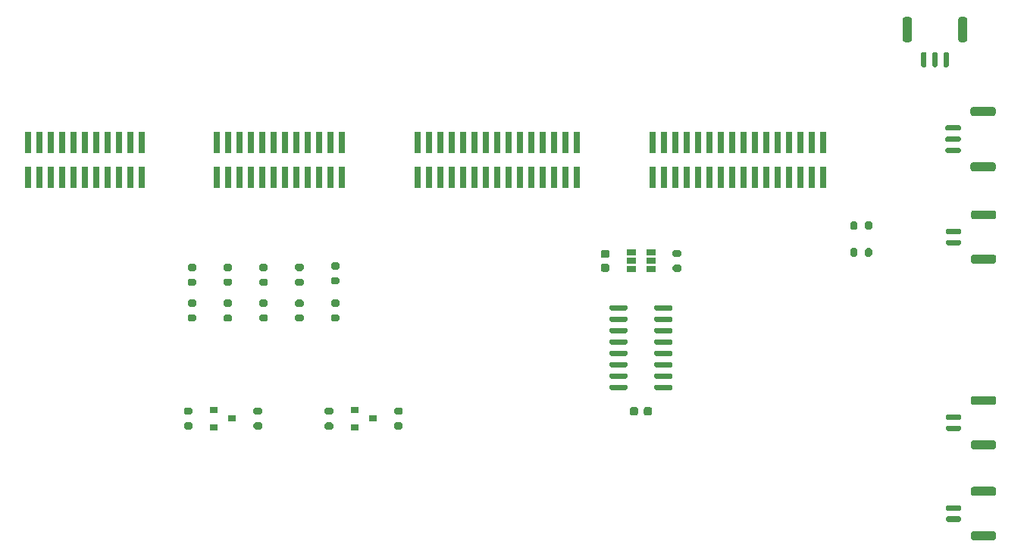
<source format=gbr>
%TF.GenerationSoftware,KiCad,Pcbnew,5.1.10-88a1d61d58~90~ubuntu20.04.1*%
%TF.CreationDate,2021-08-26T11:56:54+08:00*%
%TF.ProjectId,Syrostan-Ext-DIO,5379726f-7374-4616-9e2d-4578742d4449,rev?*%
%TF.SameCoordinates,Original*%
%TF.FileFunction,Paste,Bot*%
%TF.FilePolarity,Positive*%
%FSLAX46Y46*%
G04 Gerber Fmt 4.6, Leading zero omitted, Abs format (unit mm)*
G04 Created by KiCad (PCBNEW 5.1.10-88a1d61d58~90~ubuntu20.04.1) date 2021-08-26 11:56:54*
%MOMM*%
%LPD*%
G01*
G04 APERTURE LIST*
%ADD10R,0.740000X2.400000*%
%ADD11R,1.060000X0.650000*%
%ADD12R,0.900000X0.800000*%
G04 APERTURE END LIST*
D10*
%TO.C,J2*%
X165006666Y-88149969D03*
X165006666Y-84249969D03*
X163736666Y-88149969D03*
X163736666Y-84249969D03*
X162466666Y-88149969D03*
X162466666Y-84249969D03*
X161196666Y-88149969D03*
X161196666Y-84249969D03*
X159926666Y-88149969D03*
X159926666Y-84249969D03*
X158656666Y-88149969D03*
X158656666Y-84249969D03*
X157386666Y-88149969D03*
X157386666Y-84249969D03*
X156116666Y-88149969D03*
X156116666Y-84249969D03*
X154846666Y-88149969D03*
X154846666Y-84249969D03*
X153576666Y-88149969D03*
X153576666Y-84249969D03*
X152306666Y-88149969D03*
X152306666Y-84249969D03*
X151036666Y-88149969D03*
X151036666Y-84249969D03*
X149766666Y-88149969D03*
X149766666Y-84249969D03*
X148496666Y-88149969D03*
X148496666Y-84249969D03*
X147226666Y-88149969D03*
X147226666Y-84249969D03*
%TD*%
D11*
%TO.C,U2*%
X171060000Y-97440000D03*
X171060000Y-96490000D03*
X171060000Y-98390000D03*
X173260000Y-98390000D03*
X173260000Y-97440000D03*
X173260000Y-96490000D03*
%TD*%
%TO.C,R17*%
G36*
G01*
X137025000Y-115485000D02*
X137575000Y-115485000D01*
G75*
G02*
X137775000Y-115685000I0J-200000D01*
G01*
X137775000Y-116085000D01*
G75*
G02*
X137575000Y-116285000I-200000J0D01*
G01*
X137025000Y-116285000D01*
G75*
G02*
X136825000Y-116085000I0J200000D01*
G01*
X136825000Y-115685000D01*
G75*
G02*
X137025000Y-115485000I200000J0D01*
G01*
G37*
G36*
G01*
X137025000Y-113835000D02*
X137575000Y-113835000D01*
G75*
G02*
X137775000Y-114035000I0J-200000D01*
G01*
X137775000Y-114435000D01*
G75*
G02*
X137575000Y-114635000I-200000J0D01*
G01*
X137025000Y-114635000D01*
G75*
G02*
X136825000Y-114435000I0J200000D01*
G01*
X136825000Y-114035000D01*
G75*
G02*
X137025000Y-113835000I200000J0D01*
G01*
G37*
%TD*%
%TO.C,R16*%
G36*
G01*
X121305000Y-115485000D02*
X121855000Y-115485000D01*
G75*
G02*
X122055000Y-115685000I0J-200000D01*
G01*
X122055000Y-116085000D01*
G75*
G02*
X121855000Y-116285000I-200000J0D01*
G01*
X121305000Y-116285000D01*
G75*
G02*
X121105000Y-116085000I0J200000D01*
G01*
X121105000Y-115685000D01*
G75*
G02*
X121305000Y-115485000I200000J0D01*
G01*
G37*
G36*
G01*
X121305000Y-113835000D02*
X121855000Y-113835000D01*
G75*
G02*
X122055000Y-114035000I0J-200000D01*
G01*
X122055000Y-114435000D01*
G75*
G02*
X121855000Y-114635000I-200000J0D01*
G01*
X121305000Y-114635000D01*
G75*
G02*
X121105000Y-114435000I0J200000D01*
G01*
X121105000Y-114035000D01*
G75*
G02*
X121305000Y-113835000I200000J0D01*
G01*
G37*
%TD*%
%TO.C,R15*%
G36*
G01*
X145345000Y-114635000D02*
X144795000Y-114635000D01*
G75*
G02*
X144595000Y-114435000I0J200000D01*
G01*
X144595000Y-114035000D01*
G75*
G02*
X144795000Y-113835000I200000J0D01*
G01*
X145345000Y-113835000D01*
G75*
G02*
X145545000Y-114035000I0J-200000D01*
G01*
X145545000Y-114435000D01*
G75*
G02*
X145345000Y-114635000I-200000J0D01*
G01*
G37*
G36*
G01*
X145345000Y-116285000D02*
X144795000Y-116285000D01*
G75*
G02*
X144595000Y-116085000I0J200000D01*
G01*
X144595000Y-115685000D01*
G75*
G02*
X144795000Y-115485000I200000J0D01*
G01*
X145345000Y-115485000D01*
G75*
G02*
X145545000Y-115685000I0J-200000D01*
G01*
X145545000Y-116085000D01*
G75*
G02*
X145345000Y-116285000I-200000J0D01*
G01*
G37*
%TD*%
%TO.C,R14*%
G36*
G01*
X129625000Y-114635000D02*
X129075000Y-114635000D01*
G75*
G02*
X128875000Y-114435000I0J200000D01*
G01*
X128875000Y-114035000D01*
G75*
G02*
X129075000Y-113835000I200000J0D01*
G01*
X129625000Y-113835000D01*
G75*
G02*
X129825000Y-114035000I0J-200000D01*
G01*
X129825000Y-114435000D01*
G75*
G02*
X129625000Y-114635000I-200000J0D01*
G01*
G37*
G36*
G01*
X129625000Y-116285000D02*
X129075000Y-116285000D01*
G75*
G02*
X128875000Y-116085000I0J200000D01*
G01*
X128875000Y-115685000D01*
G75*
G02*
X129075000Y-115485000I200000J0D01*
G01*
X129625000Y-115485000D01*
G75*
G02*
X129825000Y-115685000I0J-200000D01*
G01*
X129825000Y-116085000D01*
G75*
G02*
X129625000Y-116285000I-200000J0D01*
G01*
G37*
%TD*%
%TO.C,R13*%
G36*
G01*
X176445000Y-97015000D02*
X175895000Y-97015000D01*
G75*
G02*
X175695000Y-96815000I0J200000D01*
G01*
X175695000Y-96415000D01*
G75*
G02*
X175895000Y-96215000I200000J0D01*
G01*
X176445000Y-96215000D01*
G75*
G02*
X176645000Y-96415000I0J-200000D01*
G01*
X176645000Y-96815000D01*
G75*
G02*
X176445000Y-97015000I-200000J0D01*
G01*
G37*
G36*
G01*
X176445000Y-98665000D02*
X175895000Y-98665000D01*
G75*
G02*
X175695000Y-98465000I0J200000D01*
G01*
X175695000Y-98065000D01*
G75*
G02*
X175895000Y-97865000I200000J0D01*
G01*
X176445000Y-97865000D01*
G75*
G02*
X176645000Y-98065000I0J-200000D01*
G01*
X176645000Y-98465000D01*
G75*
G02*
X176445000Y-98665000I-200000J0D01*
G01*
G37*
%TD*%
D12*
%TO.C,Q2*%
X142185000Y-115060000D03*
X140185000Y-114110000D03*
X140185000Y-116010000D03*
%TD*%
%TO.C,Q1*%
X126465000Y-115060000D03*
X124465000Y-114110000D03*
X124465000Y-116010000D03*
%TD*%
%TO.C,C1*%
G36*
G01*
X168400000Y-97115000D02*
X167900000Y-97115000D01*
G75*
G02*
X167675000Y-96890000I0J225000D01*
G01*
X167675000Y-96440000D01*
G75*
G02*
X167900000Y-96215000I225000J0D01*
G01*
X168400000Y-96215000D01*
G75*
G02*
X168625000Y-96440000I0J-225000D01*
G01*
X168625000Y-96890000D01*
G75*
G02*
X168400000Y-97115000I-225000J0D01*
G01*
G37*
G36*
G01*
X168400000Y-98665000D02*
X167900000Y-98665000D01*
G75*
G02*
X167675000Y-98440000I0J225000D01*
G01*
X167675000Y-97990000D01*
G75*
G02*
X167900000Y-97765000I225000J0D01*
G01*
X168400000Y-97765000D01*
G75*
G02*
X168625000Y-97990000I0J-225000D01*
G01*
X168625000Y-98440000D01*
G75*
G02*
X168400000Y-98665000I-225000J0D01*
G01*
G37*
%TD*%
%TO.C,J10*%
G36*
G01*
X211570000Y-92799969D02*
X209270000Y-92799969D01*
G75*
G02*
X209020000Y-92549969I0J250000D01*
G01*
X209020000Y-92049969D01*
G75*
G02*
X209270000Y-91799969I250000J0D01*
G01*
X211570000Y-91799969D01*
G75*
G02*
X211820000Y-92049969I0J-250000D01*
G01*
X211820000Y-92549969D01*
G75*
G02*
X211570000Y-92799969I-250000J0D01*
G01*
G37*
G36*
G01*
X211570000Y-97749969D02*
X209270000Y-97749969D01*
G75*
G02*
X209020000Y-97499969I0J250000D01*
G01*
X209020000Y-96999969D01*
G75*
G02*
X209270000Y-96749969I250000J0D01*
G01*
X211570000Y-96749969D01*
G75*
G02*
X211820000Y-96999969I0J-250000D01*
G01*
X211820000Y-97499969D01*
G75*
G02*
X211570000Y-97749969I-250000J0D01*
G01*
G37*
G36*
G01*
X207770000Y-94449969D02*
X206370000Y-94449969D01*
G75*
G02*
X206220000Y-94299969I0J150000D01*
G01*
X206220000Y-93999969D01*
G75*
G02*
X206370000Y-93849969I150000J0D01*
G01*
X207770000Y-93849969D01*
G75*
G02*
X207920000Y-93999969I0J-150000D01*
G01*
X207920000Y-94299969D01*
G75*
G02*
X207770000Y-94449969I-150000J0D01*
G01*
G37*
G36*
G01*
X207770000Y-95699969D02*
X206370000Y-95699969D01*
G75*
G02*
X206220000Y-95549969I0J150000D01*
G01*
X206220000Y-95249969D01*
G75*
G02*
X206370000Y-95099969I150000J0D01*
G01*
X207770000Y-95099969D01*
G75*
G02*
X207920000Y-95249969I0J-150000D01*
G01*
X207920000Y-95549969D01*
G75*
G02*
X207770000Y-95699969I-150000J0D01*
G01*
G37*
%TD*%
%TO.C,J9*%
G36*
G01*
X211560000Y-113538334D02*
X209260000Y-113538334D01*
G75*
G02*
X209010000Y-113288334I0J250000D01*
G01*
X209010000Y-112788334D01*
G75*
G02*
X209260000Y-112538334I250000J0D01*
G01*
X211560000Y-112538334D01*
G75*
G02*
X211810000Y-112788334I0J-250000D01*
G01*
X211810000Y-113288334D01*
G75*
G02*
X211560000Y-113538334I-250000J0D01*
G01*
G37*
G36*
G01*
X211560000Y-118488334D02*
X209260000Y-118488334D01*
G75*
G02*
X209010000Y-118238334I0J250000D01*
G01*
X209010000Y-117738334D01*
G75*
G02*
X209260000Y-117488334I250000J0D01*
G01*
X211560000Y-117488334D01*
G75*
G02*
X211810000Y-117738334I0J-250000D01*
G01*
X211810000Y-118238334D01*
G75*
G02*
X211560000Y-118488334I-250000J0D01*
G01*
G37*
G36*
G01*
X207760000Y-115188334D02*
X206360000Y-115188334D01*
G75*
G02*
X206210000Y-115038334I0J150000D01*
G01*
X206210000Y-114738334D01*
G75*
G02*
X206360000Y-114588334I150000J0D01*
G01*
X207760000Y-114588334D01*
G75*
G02*
X207910000Y-114738334I0J-150000D01*
G01*
X207910000Y-115038334D01*
G75*
G02*
X207760000Y-115188334I-150000J0D01*
G01*
G37*
G36*
G01*
X207760000Y-116438334D02*
X206360000Y-116438334D01*
G75*
G02*
X206210000Y-116288334I0J150000D01*
G01*
X206210000Y-115988334D01*
G75*
G02*
X206360000Y-115838334I150000J0D01*
G01*
X207760000Y-115838334D01*
G75*
G02*
X207910000Y-115988334I0J-150000D01*
G01*
X207910000Y-116288334D01*
G75*
G02*
X207760000Y-116438334I-150000J0D01*
G01*
G37*
%TD*%
%TO.C,J8*%
G36*
G01*
X211560000Y-123695000D02*
X209260000Y-123695000D01*
G75*
G02*
X209010000Y-123445000I0J250000D01*
G01*
X209010000Y-122945000D01*
G75*
G02*
X209260000Y-122695000I250000J0D01*
G01*
X211560000Y-122695000D01*
G75*
G02*
X211810000Y-122945000I0J-250000D01*
G01*
X211810000Y-123445000D01*
G75*
G02*
X211560000Y-123695000I-250000J0D01*
G01*
G37*
G36*
G01*
X211560000Y-128645000D02*
X209260000Y-128645000D01*
G75*
G02*
X209010000Y-128395000I0J250000D01*
G01*
X209010000Y-127895000D01*
G75*
G02*
X209260000Y-127645000I250000J0D01*
G01*
X211560000Y-127645000D01*
G75*
G02*
X211810000Y-127895000I0J-250000D01*
G01*
X211810000Y-128395000D01*
G75*
G02*
X211560000Y-128645000I-250000J0D01*
G01*
G37*
G36*
G01*
X207760000Y-125345000D02*
X206360000Y-125345000D01*
G75*
G02*
X206210000Y-125195000I0J150000D01*
G01*
X206210000Y-124895000D01*
G75*
G02*
X206360000Y-124745000I150000J0D01*
G01*
X207760000Y-124745000D01*
G75*
G02*
X207910000Y-124895000I0J-150000D01*
G01*
X207910000Y-125195000D01*
G75*
G02*
X207760000Y-125345000I-150000J0D01*
G01*
G37*
G36*
G01*
X207760000Y-126595000D02*
X206360000Y-126595000D01*
G75*
G02*
X206210000Y-126445000I0J150000D01*
G01*
X206210000Y-126145000D01*
G75*
G02*
X206360000Y-125995000I150000J0D01*
G01*
X207760000Y-125995000D01*
G75*
G02*
X207910000Y-126145000I0J-150000D01*
G01*
X207910000Y-126445000D01*
G75*
G02*
X207760000Y-126595000I-150000J0D01*
G01*
G37*
%TD*%
%TO.C,J7*%
G36*
G01*
X202400000Y-70450000D02*
X202400000Y-72750000D01*
G75*
G02*
X202150000Y-73000000I-250000J0D01*
G01*
X201650000Y-73000000D01*
G75*
G02*
X201400000Y-72750000I0J250000D01*
G01*
X201400000Y-70450000D01*
G75*
G02*
X201650000Y-70200000I250000J0D01*
G01*
X202150000Y-70200000D01*
G75*
G02*
X202400000Y-70450000I0J-250000D01*
G01*
G37*
G36*
G01*
X208600000Y-70450000D02*
X208600000Y-72750000D01*
G75*
G02*
X208350000Y-73000000I-250000J0D01*
G01*
X207850000Y-73000000D01*
G75*
G02*
X207600000Y-72750000I0J250000D01*
G01*
X207600000Y-70450000D01*
G75*
G02*
X207850000Y-70200000I250000J0D01*
G01*
X208350000Y-70200000D01*
G75*
G02*
X208600000Y-70450000I0J-250000D01*
G01*
G37*
G36*
G01*
X204050000Y-74250000D02*
X204050000Y-75650000D01*
G75*
G02*
X203900000Y-75800000I-150000J0D01*
G01*
X203600000Y-75800000D01*
G75*
G02*
X203450000Y-75650000I0J150000D01*
G01*
X203450000Y-74250000D01*
G75*
G02*
X203600000Y-74100000I150000J0D01*
G01*
X203900000Y-74100000D01*
G75*
G02*
X204050000Y-74250000I0J-150000D01*
G01*
G37*
G36*
G01*
X205300000Y-74250000D02*
X205300000Y-75650000D01*
G75*
G02*
X205150000Y-75800000I-150000J0D01*
G01*
X204850000Y-75800000D01*
G75*
G02*
X204700000Y-75650000I0J150000D01*
G01*
X204700000Y-74250000D01*
G75*
G02*
X204850000Y-74100000I150000J0D01*
G01*
X205150000Y-74100000D01*
G75*
G02*
X205300000Y-74250000I0J-150000D01*
G01*
G37*
G36*
G01*
X206550000Y-74250000D02*
X206550000Y-75650000D01*
G75*
G02*
X206400000Y-75800000I-150000J0D01*
G01*
X206100000Y-75800000D01*
G75*
G02*
X205950000Y-75650000I0J150000D01*
G01*
X205950000Y-74250000D01*
G75*
G02*
X206100000Y-74100000I150000J0D01*
G01*
X206400000Y-74100000D01*
G75*
G02*
X206550000Y-74250000I0J-150000D01*
G01*
G37*
%TD*%
%TO.C,J6*%
G36*
G01*
X211520000Y-81250000D02*
X209220000Y-81250000D01*
G75*
G02*
X208970000Y-81000000I0J250000D01*
G01*
X208970000Y-80500000D01*
G75*
G02*
X209220000Y-80250000I250000J0D01*
G01*
X211520000Y-80250000D01*
G75*
G02*
X211770000Y-80500000I0J-250000D01*
G01*
X211770000Y-81000000D01*
G75*
G02*
X211520000Y-81250000I-250000J0D01*
G01*
G37*
G36*
G01*
X211520000Y-87450000D02*
X209220000Y-87450000D01*
G75*
G02*
X208970000Y-87200000I0J250000D01*
G01*
X208970000Y-86700000D01*
G75*
G02*
X209220000Y-86450000I250000J0D01*
G01*
X211520000Y-86450000D01*
G75*
G02*
X211770000Y-86700000I0J-250000D01*
G01*
X211770000Y-87200000D01*
G75*
G02*
X211520000Y-87450000I-250000J0D01*
G01*
G37*
G36*
G01*
X207720000Y-82900000D02*
X206320000Y-82900000D01*
G75*
G02*
X206170000Y-82750000I0J150000D01*
G01*
X206170000Y-82450000D01*
G75*
G02*
X206320000Y-82300000I150000J0D01*
G01*
X207720000Y-82300000D01*
G75*
G02*
X207870000Y-82450000I0J-150000D01*
G01*
X207870000Y-82750000D01*
G75*
G02*
X207720000Y-82900000I-150000J0D01*
G01*
G37*
G36*
G01*
X207720000Y-84150000D02*
X206320000Y-84150000D01*
G75*
G02*
X206170000Y-84000000I0J150000D01*
G01*
X206170000Y-83700000D01*
G75*
G02*
X206320000Y-83550000I150000J0D01*
G01*
X207720000Y-83550000D01*
G75*
G02*
X207870000Y-83700000I0J-150000D01*
G01*
X207870000Y-84000000D01*
G75*
G02*
X207720000Y-84150000I-150000J0D01*
G01*
G37*
G36*
G01*
X207720000Y-85400000D02*
X206320000Y-85400000D01*
G75*
G02*
X206170000Y-85250000I0J150000D01*
G01*
X206170000Y-84950000D01*
G75*
G02*
X206320000Y-84800000I150000J0D01*
G01*
X207720000Y-84800000D01*
G75*
G02*
X207870000Y-84950000I0J-150000D01*
G01*
X207870000Y-85250000D01*
G75*
G02*
X207720000Y-85400000I-150000J0D01*
G01*
G37*
%TD*%
D10*
%TO.C,J5*%
X192525000Y-88149969D03*
X192525000Y-84249969D03*
X191255000Y-88149969D03*
X191255000Y-84249969D03*
X189985000Y-88149969D03*
X189985000Y-84249969D03*
X188715000Y-88149969D03*
X188715000Y-84249969D03*
X187445000Y-88149969D03*
X187445000Y-84249969D03*
X186175000Y-88149969D03*
X186175000Y-84249969D03*
X184905000Y-88149969D03*
X184905000Y-84249969D03*
X183635000Y-88149969D03*
X183635000Y-84249969D03*
X182365000Y-88149969D03*
X182365000Y-84249969D03*
X181095000Y-88149969D03*
X181095000Y-84249969D03*
X179825000Y-88149969D03*
X179825000Y-84249969D03*
X178555000Y-88149969D03*
X178555000Y-84249969D03*
X177285000Y-88149969D03*
X177285000Y-84249969D03*
X176015000Y-88149969D03*
X176015000Y-84249969D03*
X174745000Y-88149969D03*
X174745000Y-84249969D03*
X173475000Y-88149969D03*
X173475000Y-84249969D03*
%TD*%
%TO.C,R12*%
G36*
G01*
X197175000Y-93775000D02*
X197175000Y-93225000D01*
G75*
G02*
X197375000Y-93025000I200000J0D01*
G01*
X197775000Y-93025000D01*
G75*
G02*
X197975000Y-93225000I0J-200000D01*
G01*
X197975000Y-93775000D01*
G75*
G02*
X197775000Y-93975000I-200000J0D01*
G01*
X197375000Y-93975000D01*
G75*
G02*
X197175000Y-93775000I0J200000D01*
G01*
G37*
G36*
G01*
X195525000Y-93775000D02*
X195525000Y-93225000D01*
G75*
G02*
X195725000Y-93025000I200000J0D01*
G01*
X196125000Y-93025000D01*
G75*
G02*
X196325000Y-93225000I0J-200000D01*
G01*
X196325000Y-93775000D01*
G75*
G02*
X196125000Y-93975000I-200000J0D01*
G01*
X195725000Y-93975000D01*
G75*
G02*
X195525000Y-93775000I0J200000D01*
G01*
G37*
%TD*%
%TO.C,R11*%
G36*
G01*
X197175000Y-96775000D02*
X197175000Y-96225000D01*
G75*
G02*
X197375000Y-96025000I200000J0D01*
G01*
X197775000Y-96025000D01*
G75*
G02*
X197975000Y-96225000I0J-200000D01*
G01*
X197975000Y-96775000D01*
G75*
G02*
X197775000Y-96975000I-200000J0D01*
G01*
X197375000Y-96975000D01*
G75*
G02*
X197175000Y-96775000I0J200000D01*
G01*
G37*
G36*
G01*
X195525000Y-96775000D02*
X195525000Y-96225000D01*
G75*
G02*
X195725000Y-96025000I200000J0D01*
G01*
X196125000Y-96025000D01*
G75*
G02*
X196325000Y-96225000I0J-200000D01*
G01*
X196325000Y-96775000D01*
G75*
G02*
X196125000Y-96975000I-200000J0D01*
G01*
X195725000Y-96975000D01*
G75*
G02*
X195525000Y-96775000I0J200000D01*
G01*
G37*
%TD*%
%TO.C,U1*%
G36*
G01*
X173649969Y-111734969D02*
X173649969Y-111434969D01*
G75*
G02*
X173799969Y-111284969I150000J0D01*
G01*
X175499969Y-111284969D01*
G75*
G02*
X175649969Y-111434969I0J-150000D01*
G01*
X175649969Y-111734969D01*
G75*
G02*
X175499969Y-111884969I-150000J0D01*
G01*
X173799969Y-111884969D01*
G75*
G02*
X173649969Y-111734969I0J150000D01*
G01*
G37*
G36*
G01*
X173649969Y-110464969D02*
X173649969Y-110164969D01*
G75*
G02*
X173799969Y-110014969I150000J0D01*
G01*
X175499969Y-110014969D01*
G75*
G02*
X175649969Y-110164969I0J-150000D01*
G01*
X175649969Y-110464969D01*
G75*
G02*
X175499969Y-110614969I-150000J0D01*
G01*
X173799969Y-110614969D01*
G75*
G02*
X173649969Y-110464969I0J150000D01*
G01*
G37*
G36*
G01*
X173649969Y-109194969D02*
X173649969Y-108894969D01*
G75*
G02*
X173799969Y-108744969I150000J0D01*
G01*
X175499969Y-108744969D01*
G75*
G02*
X175649969Y-108894969I0J-150000D01*
G01*
X175649969Y-109194969D01*
G75*
G02*
X175499969Y-109344969I-150000J0D01*
G01*
X173799969Y-109344969D01*
G75*
G02*
X173649969Y-109194969I0J150000D01*
G01*
G37*
G36*
G01*
X173649969Y-107924969D02*
X173649969Y-107624969D01*
G75*
G02*
X173799969Y-107474969I150000J0D01*
G01*
X175499969Y-107474969D01*
G75*
G02*
X175649969Y-107624969I0J-150000D01*
G01*
X175649969Y-107924969D01*
G75*
G02*
X175499969Y-108074969I-150000J0D01*
G01*
X173799969Y-108074969D01*
G75*
G02*
X173649969Y-107924969I0J150000D01*
G01*
G37*
G36*
G01*
X173649969Y-106654969D02*
X173649969Y-106354969D01*
G75*
G02*
X173799969Y-106204969I150000J0D01*
G01*
X175499969Y-106204969D01*
G75*
G02*
X175649969Y-106354969I0J-150000D01*
G01*
X175649969Y-106654969D01*
G75*
G02*
X175499969Y-106804969I-150000J0D01*
G01*
X173799969Y-106804969D01*
G75*
G02*
X173649969Y-106654969I0J150000D01*
G01*
G37*
G36*
G01*
X173649969Y-105384969D02*
X173649969Y-105084969D01*
G75*
G02*
X173799969Y-104934969I150000J0D01*
G01*
X175499969Y-104934969D01*
G75*
G02*
X175649969Y-105084969I0J-150000D01*
G01*
X175649969Y-105384969D01*
G75*
G02*
X175499969Y-105534969I-150000J0D01*
G01*
X173799969Y-105534969D01*
G75*
G02*
X173649969Y-105384969I0J150000D01*
G01*
G37*
G36*
G01*
X173649969Y-104114969D02*
X173649969Y-103814969D01*
G75*
G02*
X173799969Y-103664969I150000J0D01*
G01*
X175499969Y-103664969D01*
G75*
G02*
X175649969Y-103814969I0J-150000D01*
G01*
X175649969Y-104114969D01*
G75*
G02*
X175499969Y-104264969I-150000J0D01*
G01*
X173799969Y-104264969D01*
G75*
G02*
X173649969Y-104114969I0J150000D01*
G01*
G37*
G36*
G01*
X173649969Y-102844969D02*
X173649969Y-102544969D01*
G75*
G02*
X173799969Y-102394969I150000J0D01*
G01*
X175499969Y-102394969D01*
G75*
G02*
X175649969Y-102544969I0J-150000D01*
G01*
X175649969Y-102844969D01*
G75*
G02*
X175499969Y-102994969I-150000J0D01*
G01*
X173799969Y-102994969D01*
G75*
G02*
X173649969Y-102844969I0J150000D01*
G01*
G37*
G36*
G01*
X168649969Y-102844969D02*
X168649969Y-102544969D01*
G75*
G02*
X168799969Y-102394969I150000J0D01*
G01*
X170499969Y-102394969D01*
G75*
G02*
X170649969Y-102544969I0J-150000D01*
G01*
X170649969Y-102844969D01*
G75*
G02*
X170499969Y-102994969I-150000J0D01*
G01*
X168799969Y-102994969D01*
G75*
G02*
X168649969Y-102844969I0J150000D01*
G01*
G37*
G36*
G01*
X168649969Y-104114969D02*
X168649969Y-103814969D01*
G75*
G02*
X168799969Y-103664969I150000J0D01*
G01*
X170499969Y-103664969D01*
G75*
G02*
X170649969Y-103814969I0J-150000D01*
G01*
X170649969Y-104114969D01*
G75*
G02*
X170499969Y-104264969I-150000J0D01*
G01*
X168799969Y-104264969D01*
G75*
G02*
X168649969Y-104114969I0J150000D01*
G01*
G37*
G36*
G01*
X168649969Y-105384969D02*
X168649969Y-105084969D01*
G75*
G02*
X168799969Y-104934969I150000J0D01*
G01*
X170499969Y-104934969D01*
G75*
G02*
X170649969Y-105084969I0J-150000D01*
G01*
X170649969Y-105384969D01*
G75*
G02*
X170499969Y-105534969I-150000J0D01*
G01*
X168799969Y-105534969D01*
G75*
G02*
X168649969Y-105384969I0J150000D01*
G01*
G37*
G36*
G01*
X168649969Y-106654969D02*
X168649969Y-106354969D01*
G75*
G02*
X168799969Y-106204969I150000J0D01*
G01*
X170499969Y-106204969D01*
G75*
G02*
X170649969Y-106354969I0J-150000D01*
G01*
X170649969Y-106654969D01*
G75*
G02*
X170499969Y-106804969I-150000J0D01*
G01*
X168799969Y-106804969D01*
G75*
G02*
X168649969Y-106654969I0J150000D01*
G01*
G37*
G36*
G01*
X168649969Y-107924969D02*
X168649969Y-107624969D01*
G75*
G02*
X168799969Y-107474969I150000J0D01*
G01*
X170499969Y-107474969D01*
G75*
G02*
X170649969Y-107624969I0J-150000D01*
G01*
X170649969Y-107924969D01*
G75*
G02*
X170499969Y-108074969I-150000J0D01*
G01*
X168799969Y-108074969D01*
G75*
G02*
X168649969Y-107924969I0J150000D01*
G01*
G37*
G36*
G01*
X168649969Y-109194969D02*
X168649969Y-108894969D01*
G75*
G02*
X168799969Y-108744969I150000J0D01*
G01*
X170499969Y-108744969D01*
G75*
G02*
X170649969Y-108894969I0J-150000D01*
G01*
X170649969Y-109194969D01*
G75*
G02*
X170499969Y-109344969I-150000J0D01*
G01*
X168799969Y-109344969D01*
G75*
G02*
X168649969Y-109194969I0J150000D01*
G01*
G37*
G36*
G01*
X168649969Y-110464969D02*
X168649969Y-110164969D01*
G75*
G02*
X168799969Y-110014969I150000J0D01*
G01*
X170499969Y-110014969D01*
G75*
G02*
X170649969Y-110164969I0J-150000D01*
G01*
X170649969Y-110464969D01*
G75*
G02*
X170499969Y-110614969I-150000J0D01*
G01*
X168799969Y-110614969D01*
G75*
G02*
X168649969Y-110464969I0J150000D01*
G01*
G37*
G36*
G01*
X168649969Y-111734969D02*
X168649969Y-111434969D01*
G75*
G02*
X168799969Y-111284969I150000J0D01*
G01*
X170499969Y-111284969D01*
G75*
G02*
X170649969Y-111434969I0J-150000D01*
G01*
X170649969Y-111734969D01*
G75*
G02*
X170499969Y-111884969I-150000J0D01*
G01*
X168799969Y-111884969D01*
G75*
G02*
X168649969Y-111734969I0J150000D01*
G01*
G37*
%TD*%
%TO.C,C4*%
G36*
G01*
X171824969Y-114000000D02*
X171824969Y-114500000D01*
G75*
G02*
X171599969Y-114725000I-225000J0D01*
G01*
X171149969Y-114725000D01*
G75*
G02*
X170924969Y-114500000I0J225000D01*
G01*
X170924969Y-114000000D01*
G75*
G02*
X171149969Y-113775000I225000J0D01*
G01*
X171599969Y-113775000D01*
G75*
G02*
X171824969Y-114000000I0J-225000D01*
G01*
G37*
G36*
G01*
X173374969Y-114000000D02*
X173374969Y-114500000D01*
G75*
G02*
X173149969Y-114725000I-225000J0D01*
G01*
X172699969Y-114725000D01*
G75*
G02*
X172474969Y-114500000I0J225000D01*
G01*
X172474969Y-114000000D01*
G75*
G02*
X172699969Y-113775000I225000J0D01*
G01*
X173149969Y-113775000D01*
G75*
G02*
X173374969Y-114000000I0J-225000D01*
G01*
G37*
%TD*%
%TO.C,R10*%
G36*
G01*
X137725000Y-103425000D02*
X138275000Y-103425000D01*
G75*
G02*
X138475000Y-103625000I0J-200000D01*
G01*
X138475000Y-104025000D01*
G75*
G02*
X138275000Y-104225000I-200000J0D01*
G01*
X137725000Y-104225000D01*
G75*
G02*
X137525000Y-104025000I0J200000D01*
G01*
X137525000Y-103625000D01*
G75*
G02*
X137725000Y-103425000I200000J0D01*
G01*
G37*
G36*
G01*
X137725000Y-101775000D02*
X138275000Y-101775000D01*
G75*
G02*
X138475000Y-101975000I0J-200000D01*
G01*
X138475000Y-102375000D01*
G75*
G02*
X138275000Y-102575000I-200000J0D01*
G01*
X137725000Y-102575000D01*
G75*
G02*
X137525000Y-102375000I0J200000D01*
G01*
X137525000Y-101975000D01*
G75*
G02*
X137725000Y-101775000I200000J0D01*
G01*
G37*
%TD*%
%TO.C,R9*%
G36*
G01*
X121725000Y-103425000D02*
X122275000Y-103425000D01*
G75*
G02*
X122475000Y-103625000I0J-200000D01*
G01*
X122475000Y-104025000D01*
G75*
G02*
X122275000Y-104225000I-200000J0D01*
G01*
X121725000Y-104225000D01*
G75*
G02*
X121525000Y-104025000I0J200000D01*
G01*
X121525000Y-103625000D01*
G75*
G02*
X121725000Y-103425000I200000J0D01*
G01*
G37*
G36*
G01*
X121725000Y-101775000D02*
X122275000Y-101775000D01*
G75*
G02*
X122475000Y-101975000I0J-200000D01*
G01*
X122475000Y-102375000D01*
G75*
G02*
X122275000Y-102575000I-200000J0D01*
G01*
X121725000Y-102575000D01*
G75*
G02*
X121525000Y-102375000I0J200000D01*
G01*
X121525000Y-101975000D01*
G75*
G02*
X121725000Y-101775000I200000J0D01*
G01*
G37*
%TD*%
%TO.C,R8*%
G36*
G01*
X137725000Y-99250000D02*
X138275000Y-99250000D01*
G75*
G02*
X138475000Y-99450000I0J-200000D01*
G01*
X138475000Y-99850000D01*
G75*
G02*
X138275000Y-100050000I-200000J0D01*
G01*
X137725000Y-100050000D01*
G75*
G02*
X137525000Y-99850000I0J200000D01*
G01*
X137525000Y-99450000D01*
G75*
G02*
X137725000Y-99250000I200000J0D01*
G01*
G37*
G36*
G01*
X137725000Y-97600000D02*
X138275000Y-97600000D01*
G75*
G02*
X138475000Y-97800000I0J-200000D01*
G01*
X138475000Y-98200000D01*
G75*
G02*
X138275000Y-98400000I-200000J0D01*
G01*
X137725000Y-98400000D01*
G75*
G02*
X137525000Y-98200000I0J200000D01*
G01*
X137525000Y-97800000D01*
G75*
G02*
X137725000Y-97600000I200000J0D01*
G01*
G37*
%TD*%
%TO.C,R7*%
G36*
G01*
X121725000Y-99425000D02*
X122275000Y-99425000D01*
G75*
G02*
X122475000Y-99625000I0J-200000D01*
G01*
X122475000Y-100025000D01*
G75*
G02*
X122275000Y-100225000I-200000J0D01*
G01*
X121725000Y-100225000D01*
G75*
G02*
X121525000Y-100025000I0J200000D01*
G01*
X121525000Y-99625000D01*
G75*
G02*
X121725000Y-99425000I200000J0D01*
G01*
G37*
G36*
G01*
X121725000Y-97775000D02*
X122275000Y-97775000D01*
G75*
G02*
X122475000Y-97975000I0J-200000D01*
G01*
X122475000Y-98375000D01*
G75*
G02*
X122275000Y-98575000I-200000J0D01*
G01*
X121725000Y-98575000D01*
G75*
G02*
X121525000Y-98375000I0J200000D01*
G01*
X121525000Y-97975000D01*
G75*
G02*
X121725000Y-97775000I200000J0D01*
G01*
G37*
%TD*%
%TO.C,R6*%
G36*
G01*
X125725000Y-103425000D02*
X126275000Y-103425000D01*
G75*
G02*
X126475000Y-103625000I0J-200000D01*
G01*
X126475000Y-104025000D01*
G75*
G02*
X126275000Y-104225000I-200000J0D01*
G01*
X125725000Y-104225000D01*
G75*
G02*
X125525000Y-104025000I0J200000D01*
G01*
X125525000Y-103625000D01*
G75*
G02*
X125725000Y-103425000I200000J0D01*
G01*
G37*
G36*
G01*
X125725000Y-101775000D02*
X126275000Y-101775000D01*
G75*
G02*
X126475000Y-101975000I0J-200000D01*
G01*
X126475000Y-102375000D01*
G75*
G02*
X126275000Y-102575000I-200000J0D01*
G01*
X125725000Y-102575000D01*
G75*
G02*
X125525000Y-102375000I0J200000D01*
G01*
X125525000Y-101975000D01*
G75*
G02*
X125725000Y-101775000I200000J0D01*
G01*
G37*
%TD*%
%TO.C,R5*%
G36*
G01*
X129725000Y-103425000D02*
X130275000Y-103425000D01*
G75*
G02*
X130475000Y-103625000I0J-200000D01*
G01*
X130475000Y-104025000D01*
G75*
G02*
X130275000Y-104225000I-200000J0D01*
G01*
X129725000Y-104225000D01*
G75*
G02*
X129525000Y-104025000I0J200000D01*
G01*
X129525000Y-103625000D01*
G75*
G02*
X129725000Y-103425000I200000J0D01*
G01*
G37*
G36*
G01*
X129725000Y-101775000D02*
X130275000Y-101775000D01*
G75*
G02*
X130475000Y-101975000I0J-200000D01*
G01*
X130475000Y-102375000D01*
G75*
G02*
X130275000Y-102575000I-200000J0D01*
G01*
X129725000Y-102575000D01*
G75*
G02*
X129525000Y-102375000I0J200000D01*
G01*
X129525000Y-101975000D01*
G75*
G02*
X129725000Y-101775000I200000J0D01*
G01*
G37*
%TD*%
%TO.C,R4*%
G36*
G01*
X133725000Y-103425000D02*
X134275000Y-103425000D01*
G75*
G02*
X134475000Y-103625000I0J-200000D01*
G01*
X134475000Y-104025000D01*
G75*
G02*
X134275000Y-104225000I-200000J0D01*
G01*
X133725000Y-104225000D01*
G75*
G02*
X133525000Y-104025000I0J200000D01*
G01*
X133525000Y-103625000D01*
G75*
G02*
X133725000Y-103425000I200000J0D01*
G01*
G37*
G36*
G01*
X133725000Y-101775000D02*
X134275000Y-101775000D01*
G75*
G02*
X134475000Y-101975000I0J-200000D01*
G01*
X134475000Y-102375000D01*
G75*
G02*
X134275000Y-102575000I-200000J0D01*
G01*
X133725000Y-102575000D01*
G75*
G02*
X133525000Y-102375000I0J200000D01*
G01*
X133525000Y-101975000D01*
G75*
G02*
X133725000Y-101775000I200000J0D01*
G01*
G37*
%TD*%
%TO.C,R3*%
G36*
G01*
X125725000Y-99425000D02*
X126275000Y-99425000D01*
G75*
G02*
X126475000Y-99625000I0J-200000D01*
G01*
X126475000Y-100025000D01*
G75*
G02*
X126275000Y-100225000I-200000J0D01*
G01*
X125725000Y-100225000D01*
G75*
G02*
X125525000Y-100025000I0J200000D01*
G01*
X125525000Y-99625000D01*
G75*
G02*
X125725000Y-99425000I200000J0D01*
G01*
G37*
G36*
G01*
X125725000Y-97775000D02*
X126275000Y-97775000D01*
G75*
G02*
X126475000Y-97975000I0J-200000D01*
G01*
X126475000Y-98375000D01*
G75*
G02*
X126275000Y-98575000I-200000J0D01*
G01*
X125725000Y-98575000D01*
G75*
G02*
X125525000Y-98375000I0J200000D01*
G01*
X125525000Y-97975000D01*
G75*
G02*
X125725000Y-97775000I200000J0D01*
G01*
G37*
%TD*%
%TO.C,R2*%
G36*
G01*
X129725000Y-99425000D02*
X130275000Y-99425000D01*
G75*
G02*
X130475000Y-99625000I0J-200000D01*
G01*
X130475000Y-100025000D01*
G75*
G02*
X130275000Y-100225000I-200000J0D01*
G01*
X129725000Y-100225000D01*
G75*
G02*
X129525000Y-100025000I0J200000D01*
G01*
X129525000Y-99625000D01*
G75*
G02*
X129725000Y-99425000I200000J0D01*
G01*
G37*
G36*
G01*
X129725000Y-97775000D02*
X130275000Y-97775000D01*
G75*
G02*
X130475000Y-97975000I0J-200000D01*
G01*
X130475000Y-98375000D01*
G75*
G02*
X130275000Y-98575000I-200000J0D01*
G01*
X129725000Y-98575000D01*
G75*
G02*
X129525000Y-98375000I0J200000D01*
G01*
X129525000Y-97975000D01*
G75*
G02*
X129725000Y-97775000I200000J0D01*
G01*
G37*
%TD*%
%TO.C,R1*%
G36*
G01*
X133725000Y-99425000D02*
X134275000Y-99425000D01*
G75*
G02*
X134475000Y-99625000I0J-200000D01*
G01*
X134475000Y-100025000D01*
G75*
G02*
X134275000Y-100225000I-200000J0D01*
G01*
X133725000Y-100225000D01*
G75*
G02*
X133525000Y-100025000I0J200000D01*
G01*
X133525000Y-99625000D01*
G75*
G02*
X133725000Y-99425000I200000J0D01*
G01*
G37*
G36*
G01*
X133725000Y-97775000D02*
X134275000Y-97775000D01*
G75*
G02*
X134475000Y-97975000I0J-200000D01*
G01*
X134475000Y-98375000D01*
G75*
G02*
X134275000Y-98575000I-200000J0D01*
G01*
X133725000Y-98575000D01*
G75*
G02*
X133525000Y-98375000I0J200000D01*
G01*
X133525000Y-97975000D01*
G75*
G02*
X133725000Y-97775000I200000J0D01*
G01*
G37*
%TD*%
%TO.C,J4*%
X103650000Y-84249969D03*
X103650000Y-88149969D03*
X104920000Y-84249969D03*
X104920000Y-88149969D03*
X106190000Y-84249969D03*
X106190000Y-88149969D03*
X107460000Y-84249969D03*
X107460000Y-88149969D03*
X108730000Y-84249969D03*
X108730000Y-88149969D03*
X110000000Y-84249969D03*
X110000000Y-88149969D03*
X111270000Y-84249969D03*
X111270000Y-88149969D03*
X112540000Y-84249969D03*
X112540000Y-88149969D03*
X113810000Y-84249969D03*
X113810000Y-88149969D03*
X115080000Y-84249969D03*
X115080000Y-88149969D03*
X116350000Y-84249969D03*
X116350000Y-88149969D03*
%TD*%
%TO.C,J3*%
X124798333Y-84249969D03*
X124798333Y-88149969D03*
X126068333Y-84249969D03*
X126068333Y-88149969D03*
X127338333Y-84249969D03*
X127338333Y-88149969D03*
X128608333Y-84249969D03*
X128608333Y-88149969D03*
X129878333Y-84249969D03*
X129878333Y-88149969D03*
X131148333Y-84249969D03*
X131148333Y-88149969D03*
X132418333Y-84249969D03*
X132418333Y-88149969D03*
X133688333Y-84249969D03*
X133688333Y-88149969D03*
X134958333Y-84249969D03*
X134958333Y-88149969D03*
X136228333Y-84249969D03*
X136228333Y-88149969D03*
X137498333Y-84249969D03*
X137498333Y-88149969D03*
X138768333Y-84249969D03*
X138768333Y-88149969D03*
%TD*%
M02*

</source>
